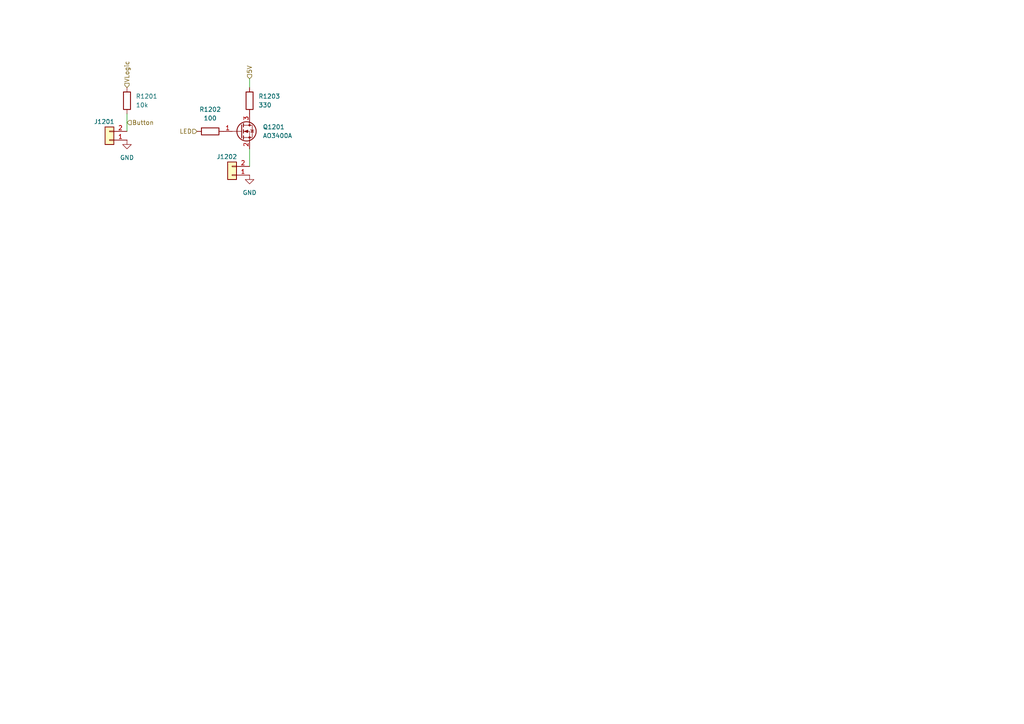
<source format=kicad_sch>
(kicad_sch (version 20231120) (generator "eeschema") (generator_version "8.0")
  (paper "A4")
  (lib_symbols
    (symbol "Connector_Generic:Conn_01x02" (pin_names (offset 1.016) hide)
      (property "Reference" "J" (at 0 2.54 0))
      (property "Value" "Conn_01x02" (at 0 -5.08 0))
      (symbol "Conn_01x02_1_1"
        (rectangle (start -1.27 -2.413) (end 0 -2.667) (stroke (width 0.1524)))
        (rectangle (start -1.27 0.127) (end 0 -0.127) (stroke (width 0.1524)))
        (rectangle (start -1.27 1.27) (end 1.27 -3.81) (stroke (width 0.254)) (fill (type background)))
        (pin passive line (at -5.08 0 0) (length 3.81) (name "Pin_1") (number "1"))
        (pin passive line (at -5.08 -2.54 0) (length 3.81) (name "Pin_2") (number "2"))
      )
    )
    (symbol "Device:R" (pin_numbers hide) (pin_names (offset 0))
      (property "Reference" "R" (at 2.032 0 90))
      (property "Value" "R" (at 0 0 90))
      (symbol "R_0_1"
        (rectangle (start -1.016 -2.54) (end 1.016 2.54) (stroke (width 0.254)))
      )
      (symbol "R_1_1"
        (pin passive line (at 0 3.81 270) (length 1.27) (name "~") (number "1"))
        (pin passive line (at 0 -3.81 90) (length 1.27) (name "~") (number "2"))
      )
    )
    (symbol "Transistor_FET:AO3400A" (pin_names hide)
      (property "Reference" "Q" (at 5.08 1.905 0))
      (property "Value" "AO3400A" (at 5.08 0 0))
      (symbol "AO3400A_0_1"
        (polyline (pts (xy 0.254 0) (xy -2.54 0)))
        (polyline (pts (xy 0.254 1.905) (xy 0.254 -1.905)) (stroke (width 0.254)))
        (polyline (pts (xy 0.762 -1.27) (xy 0.762 -2.286)) (stroke (width 0.254)))
        (polyline (pts (xy 0.762 0.508) (xy 0.762 -0.508)) (stroke (width 0.254)))
        (polyline (pts (xy 0.762 2.286) (xy 0.762 1.27)) (stroke (width 0.254)))
        (polyline (pts (xy 2.54 2.54) (xy 2.54 1.778)))
        (polyline (pts (xy 2.54 -2.54) (xy 2.54 0) (xy 0.762 0)))
        (polyline (pts (xy 0.762 -1.778) (xy 3.302 -1.778) (xy 3.302 1.778) (xy 0.762 1.778)))
        (polyline (pts (xy 1.016 0) (xy 2.032 0.381) (xy 2.032 -0.381) (xy 1.016 0)) (fill (type outline)))
        (polyline (pts (xy 2.794 0.508) (xy 2.921 0.381) (xy 3.683 0.381) (xy 3.81 0.254)))
        (polyline (pts (xy 3.302 0.381) (xy 2.921 -0.254) (xy 3.683 -0.254) (xy 3.302 0.381)))
        (circle (center 1.651 0) (radius 2.794) (stroke (width 0.254)))
        (circle (center 2.54 -1.778) (radius 0.254) (fill (type outline)))
        (circle (center 2.54 1.778) (radius 0.254) (fill (type outline)))
      )
      (symbol "AO3400A_1_1"
        (pin input line (at -5.08 0 0) (length 2.54) (name "G") (number "1"))
        (pin passive line (at 2.54 -5.08 90) (length 2.54) (name "S") (number "2"))
        (pin passive line (at 2.54 5.08 270) (length 2.54) (name "D") (number "3"))
      )
    )
    (symbol "power:GND" (power) (pin_numbers hide) (pin_names (offset 0) hide)
      (property "Value" "GND" (at 0 -3.81 0))
      (symbol "GND_0_1"
        (polyline (pts (xy 0 0) (xy 0 -1.27) (xy 1.27 -1.27) (xy 0 -2.54) (xy -1.27 -1.27) (xy 0 -1.27)))
      )
      (symbol "GND_1_1"
        (pin power_in line (at 0 0 270) (length 0) (name "~") (number "1"))
      )
    )
  )
  (wire (pts (xy 72.39 43.18) (xy 72.39 48.26)))
  (wire (pts (xy 36.83 33.02) (xy 36.83 38.1)))
  (wire (pts (xy 72.39 22.86) (xy 72.39 25.4)))
  (hierarchical_label "VLogic" (shape input) (at 36.83 25.4 90))
  (hierarchical_label "Button" (shape input) (at 36.83 35.56 0))
  (hierarchical_label "5V" (shape input) (at 72.39 22.86 90))
  (hierarchical_label "LED" (shape input) (at 57.15 38.1 180))
  (symbol (lib_id "power:GND") (at 36.83 40.64 0) (unit 1)
    (property "Reference" "#PWR01201" (effects (hide yes)))
    (property "Value" "GND" (at 36.83 45.72 0))
    (property "Description" "Power symbol creates a global label with name \"GND\" , ground" (effects (hide yes)))
    (instances (project "surprise" (path "" (reference "#PWR01201") (unit 1)) (path "" (reference "#PWR0801") (unit 1)) (path "" (reference "#PWR01101") (unit 1)) (path "" (reference "#PWR01001") (unit 1))))
  )
  (symbol (lib_id "Device:R") (at 36.83 29.21 0) (unit 1)
    (property "Reference" "R1201" (at 39.37 27.9399 0) (effects (justify left)))
    (property "Value" "10k" (at 39.37 30.4799 0) (effects (justify left)))
    (property "Footprint" "Resistor_SMD:R_0603_1608Metric" (effects (hide yes)))
    (property "Description" "Resistor" (effects (hide yes)))
    (instances (project "surprise" (path "" (reference "R1201") (unit 1)) (path "" (reference "R801") (unit 1)) (path "" (reference "R1101") (unit 1)) (path "" (reference "R1001") (unit 1))))
  )
  (symbol (lib_id "power:GND") (at 72.39 50.8 0) (unit 1)
    (property "Reference" "#PWR01202" (effects (hide yes)))
    (property "Value" "GND" (at 72.39 55.88 0))
    (property "Description" "Power symbol creates a global label with name \"GND\" , ground" (effects (hide yes)))
    (instances (project "surprise" (path "" (reference "#PWR01202") (unit 1)) (path "" (reference "#PWR0802") (unit 1)) (path "" (reference "#PWR01102") (unit 1)) (path "" (reference "#PWR01002") (unit 1))))
  )
  (symbol (lib_id "Device:R") (at 60.96 38.1 90) (unit 1)
    (property "Reference" "R1202" (at 60.96 31.75 90))
    (property "Value" "100" (at 60.96 34.29 90))
    (property "Footprint" "Resistor_SMD:R_0603_1608Metric" (effects (hide yes)))
    (property "Description" "Resistor" (effects (hide yes)))
    (instances (project "surprise" (path "" (reference "R1202") (unit 1)) (path "" (reference "R802") (unit 1)) (path "" (reference "R1102") (unit 1)) (path "" (reference "R1002") (unit 1))))
  )
  (symbol (lib_id "Connector_Generic:Conn_01x02") (at 31.75 40.64 180) (unit 1)
    (property "Reference" "J1201" (at 30.226 35.306 0))
    (property "Value" "Conn_01x02" (effects (hide yes)))
    (property "Footprint" "Connector_JST:JST_XH_B2B-XH-A_1x02_P2.50mm_Vertical" (effects (hide yes)))
    (property "Description" "Generic connector, single row, 01x02, script generated (kicad-library-utils/schlib/autogen/connector/)" (effects (hide yes)))
    (property "LCSC Part" "C158012" (effects (hide yes)))
    (instances (project "" (path "" (reference "J1201") (unit 1)) (path "" (reference "J801") (unit 1)) (path "" (reference "J1101") (unit 1)) (path "" (reference "J1001") (unit 1))))
  )
  (symbol (lib_id "Device:R") (at 72.39 29.21 0) (unit 1)
    (property "Reference" "R1203" (at 74.93 27.9399 0) (effects (justify left)))
    (property "Value" "330" (at 74.93 30.4799 0) (effects (justify left)))
    (property "Footprint" "Resistor_SMD:R_0603_1608Metric" (effects (hide yes)))
    (property "Description" "Resistor" (effects (hide yes)))
    (instances (project "surprise" (path "" (reference "R1203") (unit 1)) (path "" (reference "R803") (unit 1)) (path "" (reference "R1103") (unit 1)) (path "" (reference "R1003") (unit 1))))
  )
  (symbol (lib_id "Connector_Generic:Conn_01x02") (at 67.31 50.8 180) (unit 1)
    (property "Reference" "J1202" (at 65.786 45.466 0))
    (property "Value" "Conn_01x02" (effects (hide yes)))
    (property "Footprint" "Connector_JST:JST_XH_B2B-XH-A_1x02_P2.50mm_Vertical" (effects (hide yes)))
    (property "Description" "Generic connector, single row, 01x02, script generated (kicad-library-utils/schlib/autogen/connector/)" (effects (hide yes)))
    (property "LCSC Part" "C158012" (effects (hide yes)))
    (instances (project "surprise" (path "" (reference "J1202") (unit 1)) (path "" (reference "J802") (unit 1)) (path "" (reference "J1102") (unit 1)) (path "" (reference "J1002") (unit 1))))
  )
  (symbol (lib_id "Transistor_FET:AO3400A") (at 69.85 38.1 0) (unit 1)
    (property "Reference" "Q1201" (at 76.2 36.8299 0) (effects (justify left)))
    (property "Value" "AO3400A" (at 76.2 39.3699 0) (effects (justify left)))
    (property "Footprint" "Package_TO_SOT_SMD:SOT-23" (effects (hide yes)))
    (property "Datasheet" "http://www.aosmd.com/pdfs/datasheet/AO3400A.pdf" (effects (hide yes)))
    (property "Description" "30V Vds, 5.7A Id, N-Channel MOSFET, SOT-23" (effects (hide yes)))
    (instances (project "surprise" (path "" (reference "Q1201") (unit 1)) (path "" (reference "Q801") (unit 1)) (path "" (reference "Q1101") (unit 1)) (path "" (reference "Q1001") (unit 1))))
  )
)
</source>
